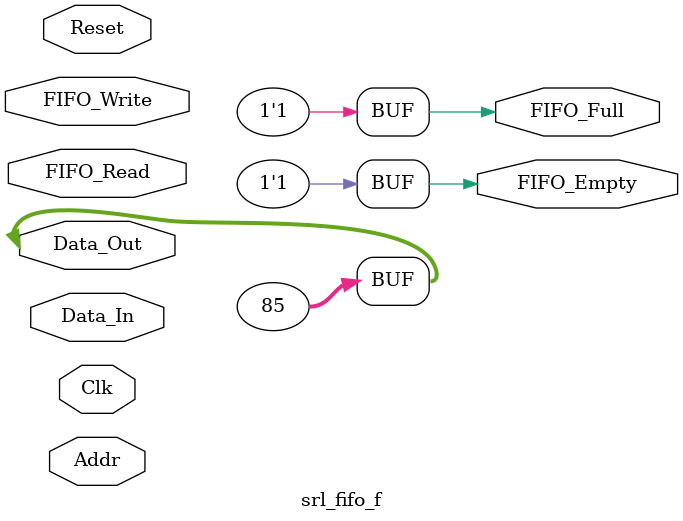
<source format=v>
`timescale 1ns / 1ps
module srl_fifo_f(Clk, Reset, FIFO_Write, Data_In, Data_Out, FIFO_Read, FIFO_Full, FIFO_Empty, Addr);

parameter C_DWIDTH = 32;
parameter C_DEPTH = 16;

input wire Clk;
input wire Reset;
input wire FIFO_Write;
input wire [31:0] Data_In;
input wire [31:0] Data_Out;
input wire FIFO_Read;
output wire FIFO_Full;
output wire FIFO_Empty;
input wire [31:0] Addr;


assign FIFO_Full = 1;
assign FIFO_Empty = 1;
assign Data_Out = 32'b01010101;

endmodule

</source>
